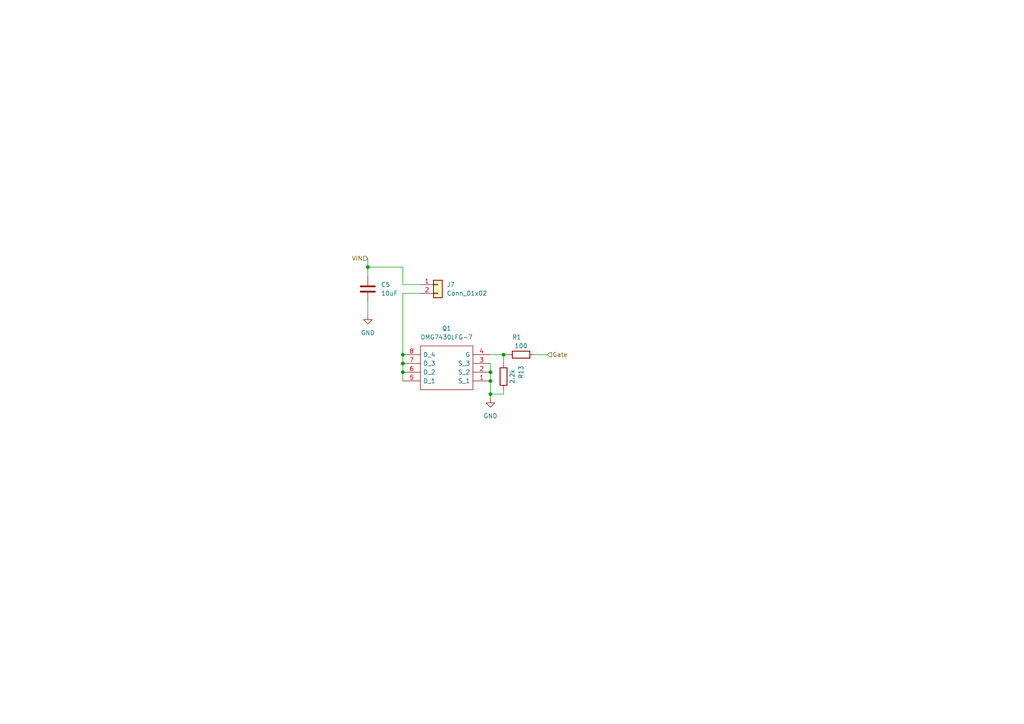
<source format=kicad_sch>
(kicad_sch (version 20211123) (generator eeschema)
  (paper "A4")
  (lib_symbols
    (symbol "Connector_Generic:Conn_01x02" (pin_names (offset 1.016) hide)
      (property "Reference" "J" (at 0 2.54 0))
      (property "Value" "Conn_01x02" (at 0 -5.08 0))
      (symbol "Conn_01x02_1_1"
        (rectangle (start -1.27 -2.413) (end 0 -2.667) (stroke (width 0.1524)))
        (rectangle (start -1.27 0.127) (end 0 -0.127) (stroke (width 0.1524)))
        (rectangle (start -1.27 1.27) (end 1.27 -3.81) (stroke (width 0.254)) (fill (type background)))
        (pin passive line (at -5.08 0 0) (length 3.81) (name "Pin_1") (number "1"))
        (pin passive line (at -5.08 -2.54 0) (length 3.81) (name "Pin_2") (number "2"))
      )
    )
    (symbol "Device:C" (pin_numbers hide) (pin_names (offset 0.254))
      (property "Reference" "C" (at 0.635 2.54 0))
      (property "Value" "C" (at 0.635 -2.54 0))
      (symbol "C_0_1"
        (polyline (pts (xy -2.032 -0.762) (xy 2.032 -0.762)) (stroke (width 0.508)))
        (polyline (pts (xy -2.032 0.762) (xy 2.032 0.762)) (stroke (width 0.508)))
      )
      (symbol "C_1_1"
        (pin passive line (at 0 3.81 270) (length 2.794) (name "~") (number "1"))
        (pin passive line (at 0 -3.81 90) (length 2.794) (name "~") (number "2"))
      )
    )
    (symbol "Device:R" (pin_numbers hide) (pin_names (offset 0))
      (property "Reference" "R" (at 2.032 0 90))
      (property "Value" "R" (at 0 0 90))
      (symbol "R_0_1"
        (rectangle (start -1.016 -2.54) (end 1.016 2.54) (stroke (width 0.254)))
      )
      (symbol "R_1_1"
        (pin passive line (at 0 3.81 270) (length 1.27) (name "~") (number "1"))
        (pin passive line (at 0 -3.81 90) (length 1.27) (name "~") (number "2"))
      )
    )
    (symbol "SamacSys_Parts:DMG7430LFG-7" (pin_names (offset 0.762))
      (property "Reference" "Q" (at 21.59 7.62 0))
      (property "Value" "DMG7430LFG-7" (at 21.59 5.08 0))
      (symbol "DMG7430LFG-7_0_0"
        (pin power_in line (at 0 0 0) (length 5.08) (name "S_1") (number "1"))
        (pin power_in line (at 0 -2.54 0) (length 5.08) (name "S_2") (number "2"))
        (pin power_in line (at 0 -5.08 0) (length 5.08) (name "S_3") (number "3"))
        (pin power_in line (at 0 -7.62 0) (length 5.08) (name "G") (number "4"))
        (pin power_in line (at 25.4 0 180) (length 5.08) (name "D_1") (number "5"))
        (pin bidirectional line (at 25.4 -2.54 180) (length 5.08) (name "D_2") (number "6"))
        (pin bidirectional line (at 25.4 -5.08 180) (length 5.08) (name "D_3") (number "7"))
        (pin power_in line (at 25.4 -7.62 180) (length 5.08) (name "D_4") (number "8"))
      )
      (symbol "DMG7430LFG-7_0_1"
        (polyline (pts (xy 5.08 2.54) (xy 20.32 2.54) (xy 20.32 -10.16) (xy 5.08 -10.16) (xy 5.08 2.54)) (stroke (width 0.1524)))
      )
    )
    (symbol "power:GND" (power) (pin_names (offset 0))
      (property "Value" "GND" (at 0 -3.81 0))
      (symbol "GND_0_1"
        (polyline (pts (xy 0 0) (xy 0 -1.27) (xy 1.27 -1.27) (xy 0 -2.54) (xy -1.27 -1.27) (xy 0 -1.27)))
      )
      (symbol "GND_1_1"
        (pin power_in line (at 0 0 270) (length 0) hide (name "GND") (number "1"))
      )
    )
  )
  (junction (at 142.24 110.49))
  (junction (at 106.68 77.47))
  (junction (at 142.24 107.95))
  (junction (at 116.84 107.95))
  (junction (at 116.84 105.41))
  (junction (at 146.05 102.87))
  (junction (at 142.24 114.3))
  (junction (at 116.84 102.87))
  (wire (pts (xy 106.68 87.63) (xy 106.68 91.44)))
  (wire (pts (xy 146.05 113.03) (xy 146.05 114.3)))
  (wire (pts (xy 146.05 114.3) (xy 142.24 114.3)))
  (wire (pts (xy 158.75 102.87) (xy 154.94 102.87)))
  (wire (pts (xy 116.84 85.09) (xy 121.92 85.09)))
  (wire (pts (xy 116.84 105.41) (xy 116.84 107.95)))
  (wire (pts (xy 121.92 82.55) (xy 116.84 82.55)))
  (wire (pts (xy 146.05 102.87) (xy 147.32 102.87)))
  (wire (pts (xy 142.24 105.41) (xy 142.24 107.95)))
  (wire (pts (xy 106.68 74.93) (xy 106.68 77.47)))
  (wire (pts (xy 116.84 107.95) (xy 116.84 110.49)))
  (wire (pts (xy 142.24 107.95) (xy 142.24 110.49)))
  (wire (pts (xy 142.24 102.87) (xy 146.05 102.87)))
  (wire (pts (xy 106.68 77.47) (xy 106.68 80.01)))
  (wire (pts (xy 116.84 85.09) (xy 116.84 102.87)))
  (wire (pts (xy 142.24 114.3) (xy 142.24 115.57)))
  (wire (pts (xy 116.84 102.87) (xy 116.84 105.41)))
  (wire (pts (xy 142.24 110.49) (xy 142.24 114.3)))
  (wire (pts (xy 116.84 82.55) (xy 116.84 77.47)))
  (wire (pts (xy 106.68 77.47) (xy 116.84 77.47)))
  (wire (pts (xy 146.05 102.87) (xy 146.05 105.41)))
  (hierarchical_label "VIN" (shape input) (at 106.68 74.93 180))
  (hierarchical_label "Gate" (shape input) (at 158.75 102.87 0))
  (symbol (lib_id "Device:C") (at 106.68 83.82 0) (unit 1)
    (property "Reference" "C5" (at 110.49 82.5499 0) (effects (justify left)))
    (property "Value" "10uF" (at 110.49 85.0899 0) (effects (justify left)))
    (property "Footprint" "Capacitor_SMD:C_0805_2012Metric" (effects hide))
  )
  (symbol (lib_id "Device:R") (at 146.05 109.22 0) (unit 1)
    (property "Reference" "R13" (at 151.13 107.95 90))
    (property "Value" "2.2k" (at 148.59 109.22 90))
    (property "Footprint" "Resistor_SMD:R_0603_1608Metric" (effects hide))
  )
  (symbol (lib_id "SamacSys_Parts:DMG7430LFG-7") (at 142.24 110.49 180) (unit 1)
    (property "Reference" "Q1" (at 129.54 95.25 0))
    (property "Value" "DMG7430LFG-7" (at 129.54 97.79 0))
    (property "Footprint" "POWERDI-3333-8" (effects hide))
    (property "Datasheet" "https://componentsearchengine.com/Datasheets/1/DMG7430LFG-7.pdf" (effects hide))
    (property "Description" "Diodes Inc DMG7430LFG-7 N-channel MOSFET Transistor, 10.5 A, 30 V, 8-Pin POWERDI3333" (effects hide))
    (property "Mouser Part Number" "621-DMG7430LFG-7" (effects hide))
    (property "Mouser Price/Stock" "https://www.mouser.co.uk/ProductDetail/Diodes-Incorporated/DMG7430LFG-7/?qs=gfe7vQ8txpXbotwGHDlMPw%3D%3D" (effects hide))
    (property "Manufacturer_Name" "Diodes Inc." (effects hide))
    (property "Manufacturer_Part_Number" "DMG7430LFG-7" (effects hide))
  )
  (symbol (lib_id "power:GND") (at 142.24 115.57 0) (unit 1)
    (property "Reference" "#PWR0104" (effects hide))
    (property "Value" "GND" (at 142.24 120.65 0))
  )
  (symbol (lib_id "Connector_Generic:Conn_01x02") (at 127 82.55 0) (unit 1)
    (property "Reference" "J7" (at 129.54 82.5499 0) (effects (justify left)))
    (property "Value" "Conn_01x02" (at 129.54 85.0899 0) (effects (justify left)))
    (property "Footprint" "Connector_PinHeader_2.54mm:PinHeader_1x02_P2.54mm_Vertical" (effects hide))
  )
  (symbol (lib_id "power:GND") (at 106.68 91.44 0) (unit 1)
    (property "Reference" "#PWR0105" (effects hide))
    (property "Value" "GND" (at 106.68 96.52 0))
  )
  (symbol (lib_id "Device:R") (at 151.13 102.87 90) (unit 1)
    (property "Reference" "R1" (at 149.86 97.79 90))
    (property "Value" "100" (at 151.13 100.33 90))
    (property "Footprint" "Resistor_SMD:R_0603_1608Metric" (effects hide))
  )
)
</source>
